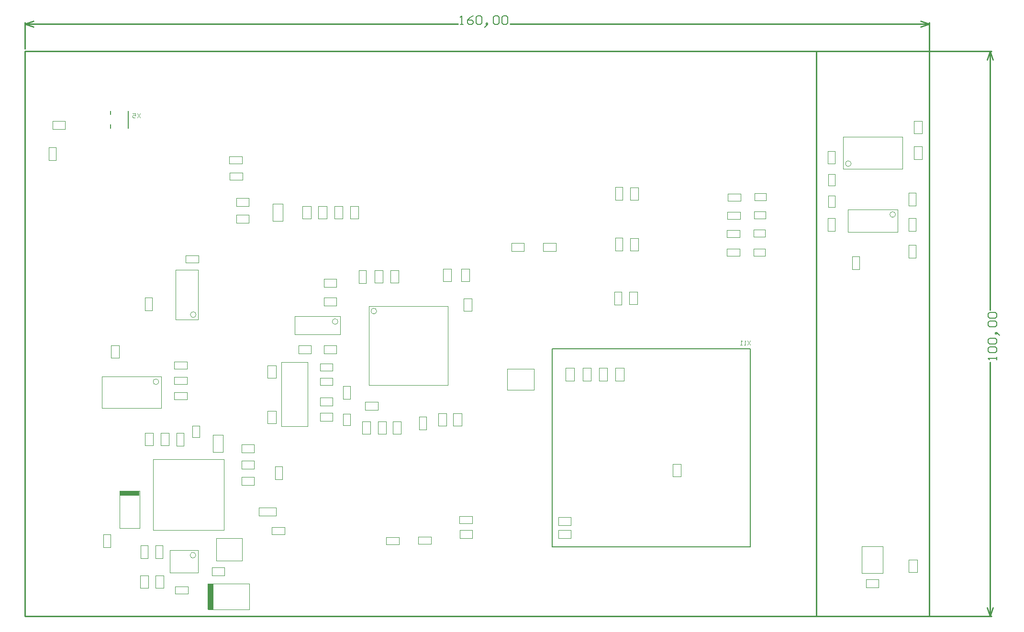
<source format=gbo>
G04 Layer_Color=32896*
%FSLAX44Y44*%
%MOMM*%
G71*
G01*
G75*
%ADD54C,0.1000*%
%ADD55C,0.2540*%
%ADD56C,0.1524*%
%ADD57R,0.9819X4.6000*%
%ADD58R,3.5000X0.8877*%
%ADD77C,0.2000*%
D54*
X1603500Y1519997D02*
X1598168Y1512000D01*
Y1519997D02*
X1603500Y1512000D01*
X1590171Y1519997D02*
X1595503D01*
Y1515999D01*
X1592837Y1517332D01*
X1591504D01*
X1590171Y1515999D01*
Y1513333D01*
X1591504Y1512000D01*
X1594170D01*
X1595503Y1513333D01*
X2683002Y1117977D02*
X2677670Y1109980D01*
Y1117977D02*
X2683002Y1109980D01*
X2675005D02*
X2672339D01*
X2673672D01*
Y1117977D01*
X2675005Y1116645D01*
X2668340Y1109980D02*
X2665674D01*
X2667007D01*
Y1117977D01*
X2668340Y1116645D01*
X1702500Y1163750D02*
G03*
X1702500Y1163750I-5000J0D01*
G01*
X2940000Y1341000D02*
G03*
X2940000Y1341000I-5000J0D01*
G01*
X2861500Y1431000D02*
G03*
X2861500Y1431000I-5000J0D01*
G01*
X1953500Y1151500D02*
G03*
X1953500Y1151500I-5000J0D01*
G01*
X1636500Y1045000D02*
G03*
X1636500Y1045000I-5000J0D01*
G01*
X1702000Y738000D02*
G03*
X1702000Y738000I-5000J0D01*
G01*
X2022000Y1170000D02*
G03*
X2022000Y1170000I-5000J0D01*
G01*
X1666500Y1242750D02*
X1706500D01*
X1666500Y1154750D02*
X1706500D01*
X1666500D02*
Y1242750D01*
X1706500Y1154750D02*
Y1242750D01*
X2856000Y1350000D02*
X2944000D01*
X2856000Y1310000D02*
X2944000D01*
Y1350000D01*
X2856000Y1310000D02*
Y1350000D01*
X1470800Y1492250D02*
Y1506750D01*
X1448700Y1492250D02*
Y1506750D01*
Y1492250D02*
X1470800D01*
X1448700Y1506750D02*
X1470800D01*
X2976350Y1311600D02*
Y1334400D01*
X2963650Y1311600D02*
Y1334400D01*
X2976350D01*
X2963650Y1311600D02*
X2976350D01*
X2952500Y1422000D02*
Y1478000D01*
X2847500Y1422000D02*
Y1478000D01*
X2952500D01*
X2847500Y1422000D02*
X2952500D01*
X1838500Y1329250D02*
Y1359750D01*
X1856000Y1329250D02*
Y1359750D01*
X1838500D02*
X1856000D01*
X1838500Y1329250D02*
X1856000D01*
X2963650Y1356600D02*
Y1379400D01*
X2976350Y1356600D02*
Y1379400D01*
X2963650Y1356600D02*
X2976350D01*
X2963650Y1379400D02*
X2976350D01*
X2963650Y1264600D02*
Y1287400D01*
X2976350Y1264600D02*
Y1287400D01*
X2963650Y1264600D02*
X2976350D01*
X2963650Y1287400D02*
X2976350D01*
X1612150Y1171350D02*
Y1194150D01*
X1624850Y1171350D02*
Y1194150D01*
X1612150Y1171350D02*
X1624850D01*
X1612150Y1194150D02*
X1624850D01*
X2863650Y1243600D02*
Y1266400D01*
X2876350Y1243600D02*
Y1266400D01*
X2863650Y1243600D02*
X2876350D01*
X2863650Y1266400D02*
X2876350D01*
X2972750Y1483950D02*
X2987250D01*
X2972750Y1506050D02*
X2987250D01*
X2972750Y1483950D02*
Y1506050D01*
X2987250Y1483950D02*
Y1506050D01*
X2972750Y1438950D02*
X2987250D01*
X2972750Y1461050D02*
X2987250D01*
X2972750Y1438950D02*
Y1461050D01*
X2987250Y1438950D02*
Y1461050D01*
X1975000Y1355550D02*
X1989500D01*
X1975000Y1333450D02*
X1989500D01*
Y1355550D01*
X1975000Y1333450D02*
Y1355550D01*
X1947000D02*
X1961500D01*
X1947000Y1333450D02*
X1961500D01*
Y1355550D01*
X1947000Y1333450D02*
Y1355550D01*
X1919000D02*
X1933500D01*
X1919000Y1333450D02*
X1933500D01*
Y1355550D01*
X1919000Y1333450D02*
Y1355550D01*
X1891000D02*
X1905500D01*
X1891000Y1333450D02*
X1905500D01*
Y1355550D01*
X1891000Y1333450D02*
Y1355550D01*
X1795550Y1355750D02*
Y1370250D01*
X1773450Y1355750D02*
Y1370250D01*
Y1355750D02*
X1795550D01*
X1773450Y1370250D02*
X1795550D01*
X1795800Y1325750D02*
Y1340250D01*
X1773700Y1325750D02*
Y1340250D01*
Y1325750D02*
X1795800D01*
X1773700Y1340250D02*
X1795800D01*
X1684100Y1268100D02*
X1706900D01*
X1684100Y1255400D02*
X1706900D01*
X1684100D02*
Y1268100D01*
X1706900Y1255400D02*
Y1268100D01*
X2545750Y899050D02*
X2560250D01*
X2545750Y876950D02*
X2560250D01*
Y899050D01*
X2545750Y876950D02*
Y899050D01*
X2366050Y767750D02*
Y782250D01*
X2343950Y767750D02*
Y782250D01*
Y767750D02*
X2366050D01*
X2343950Y782250D02*
X2366050D01*
Y790750D02*
Y805250D01*
X2343950Y790750D02*
Y805250D01*
Y790750D02*
X2366050D01*
X2343950Y805250D02*
X2366050D01*
X1551750Y1086950D02*
X1566250D01*
X1551750Y1109050D02*
X1566250D01*
X1551750Y1086950D02*
Y1109050D01*
X1566250Y1086950D02*
Y1109050D01*
X2038600Y756650D02*
X2061400D01*
X2038600Y769350D02*
X2061400D01*
Y756650D02*
Y769350D01*
X2038600Y756650D02*
Y769350D01*
X1730950Y701750D02*
Y716250D01*
X1753050Y701750D02*
Y716250D01*
X1730950D02*
X1753050D01*
X1730950Y701750D02*
X1753050D01*
X1877500Y1128500D02*
Y1160500D01*
X1957500Y1128500D02*
Y1160500D01*
X1877500Y1128500D02*
X1957500D01*
X1877500Y1160500D02*
X1957500D01*
X1853000Y965750D02*
X1900000D01*
X1853000Y1079250D02*
X1900000D01*
X1853000Y965750D02*
Y1079250D01*
X1900000Y965750D02*
Y1079250D01*
X1535500Y998000D02*
Y1054000D01*
X1640500Y998000D02*
Y1054000D01*
X1535500Y998000D02*
X1640500D01*
X1535500Y1054000D02*
X1640500D01*
X1732250Y920750D02*
Y951250D01*
X1749750Y920750D02*
Y951250D01*
X1732250D02*
X1749750D01*
X1732250Y920750D02*
X1749750D01*
X1656000Y707000D02*
Y747000D01*
X1706000Y707000D02*
Y747000D01*
X1656000Y707000D02*
X1706000D01*
X1656000Y747000D02*
X1706000D01*
X2253400Y1067800D02*
X2300600D01*
X2253400Y1030200D02*
X2300600D01*
Y1067800D01*
X2253400Y1030200D02*
Y1067800D01*
X2008000Y1039000D02*
Y1179000D01*
X2148000Y1039000D02*
Y1179000D01*
X2008000D02*
X2148000D01*
X2008000Y1039000D02*
X2148000D01*
X1665600Y669650D02*
Y682350D01*
X1688400Y669650D02*
Y682350D01*
X1665600D02*
X1688400D01*
X1665600Y669650D02*
X1688400D01*
X1630650Y732600D02*
Y755400D01*
X1643350Y732600D02*
Y755400D01*
X1630650Y732600D02*
X1643350D01*
X1630650Y755400D02*
X1643350D01*
X1604650Y732600D02*
X1617350D01*
X1604650Y755400D02*
X1617350D01*
X1604650Y732600D02*
Y755400D01*
X1617350Y732600D02*
Y755400D01*
X1667650Y931600D02*
Y954400D01*
X1680350Y931600D02*
Y954400D01*
X1667650Y931600D02*
X1680350D01*
X1667650Y954400D02*
X1680350D01*
X2097650Y960600D02*
X2110350D01*
X2097650Y983400D02*
X2110350D01*
X2097650Y960600D02*
Y983400D01*
X2110350Y960600D02*
Y983400D01*
X2643600Y1364650D02*
X2666400D01*
X2643600Y1377350D02*
X2666400D01*
Y1364650D02*
Y1377350D01*
X2643600Y1364650D02*
Y1377350D01*
X1962650Y1014600D02*
X1975350D01*
X1962650Y1037400D02*
X1975350D01*
X1962650Y1014600D02*
Y1037400D01*
X1975350Y1014600D02*
Y1037400D01*
X2642600Y1332650D02*
X2665400D01*
X2642600Y1345350D02*
X2665400D01*
Y1332650D02*
Y1345350D01*
X2642600Y1332650D02*
Y1345350D01*
X2641600Y1300650D02*
Y1313350D01*
X2664400Y1300650D02*
Y1313350D01*
X2641600D02*
X2664400D01*
X2641600Y1300650D02*
X2664400D01*
X2641600Y1267650D02*
X2664400D01*
X2641600Y1280350D02*
X2664400D01*
Y1267650D02*
Y1280350D01*
X2641600Y1267650D02*
Y1280350D01*
X2444650Y1366600D02*
X2457350D01*
X2444650Y1389400D02*
X2457350D01*
X2444650Y1366600D02*
Y1389400D01*
X2457350Y1366600D02*
Y1389400D01*
X2168600Y794650D02*
X2191400D01*
X2168600Y807350D02*
X2191400D01*
Y794650D02*
Y807350D01*
X2168600Y794650D02*
Y807350D01*
X2444650Y1276600D02*
X2457350D01*
X2444650Y1299400D02*
X2457350D01*
X2444650Y1276600D02*
Y1299400D01*
X2457350Y1276600D02*
Y1299400D01*
X1990650Y1219600D02*
Y1242400D01*
X2003350Y1219600D02*
Y1242400D01*
X1990650Y1219600D02*
X2003350D01*
X1990650Y1242400D02*
X2003350D01*
X1944400Y1038650D02*
Y1051350D01*
X1921600Y1038650D02*
Y1051350D01*
Y1038650D02*
X1944400D01*
X1921600Y1051350D02*
X1944400D01*
X1921600Y1076850D02*
X1944400D01*
X1921600Y1064150D02*
X1944400D01*
X1921600D02*
Y1076850D01*
X1944400Y1064150D02*
Y1076850D01*
X2442650Y1181600D02*
X2455350D01*
X2442650Y1204400D02*
X2455350D01*
X2442650Y1181600D02*
Y1204400D01*
X2455350Y1181600D02*
Y1204400D01*
X2095600Y757650D02*
X2118400D01*
X2095600Y770350D02*
X2118400D01*
Y757650D02*
Y770350D01*
X2095600Y757650D02*
Y770350D01*
X1751500Y782500D02*
Y907500D01*
X1626500Y782500D02*
Y907500D01*
Y782500D02*
X1751500D01*
X1626500Y907500D02*
X1751500D01*
X1975250Y968000D02*
Y988000D01*
X1962750Y968000D02*
Y988000D01*
X1975250D01*
X1962750Y968000D02*
X1975250D01*
X1695750Y967000D02*
X1708250D01*
X1695750Y947000D02*
X1708250D01*
Y967000D01*
X1695750Y947000D02*
Y967000D01*
X1738000Y728250D02*
Y767750D01*
X1784000Y728250D02*
Y767750D01*
X1738000D02*
X1784000D01*
X1738000Y728250D02*
X1784000D01*
X2691000Y1378250D02*
X2711000D01*
X2691000Y1365750D02*
X2711000D01*
X2691000D02*
Y1378250D01*
X2711000Y1365750D02*
Y1378250D01*
X2710000Y1333750D02*
Y1346250D01*
X2690000Y1333750D02*
Y1346250D01*
Y1333750D02*
X2710000D01*
X2690000Y1346250D02*
X2710000D01*
X2689000Y1314250D02*
X2709000D01*
X2689000Y1301750D02*
X2709000D01*
X2689000D02*
Y1314250D01*
X2709000Y1301750D02*
Y1314250D01*
X2709000Y1267750D02*
Y1280250D01*
X2689000Y1267750D02*
Y1280250D01*
Y1267750D02*
X2709000D01*
X2689000Y1280250D02*
X2709000D01*
X1782950Y919750D02*
Y934250D01*
X1805050Y919750D02*
Y934250D01*
X1782950D02*
X1805050D01*
X1782950Y919750D02*
X1805050D01*
X1782950Y890750D02*
Y905250D01*
X1805050Y890750D02*
Y905250D01*
X1782950D02*
X1805050D01*
X1782950Y890750D02*
X1805050D01*
X1782950Y861750D02*
Y876250D01*
X1805050Y861750D02*
Y876250D01*
X1782950D02*
X1805050D01*
X1782950Y861750D02*
X1805050D01*
X1639750Y931950D02*
X1654250D01*
X1639750Y954050D02*
X1654250D01*
X1639750Y931950D02*
Y954050D01*
X1654250Y931950D02*
Y954050D01*
X1611750Y931950D02*
X1626250D01*
X1611750Y954050D02*
X1626250D01*
X1611750Y931950D02*
Y954050D01*
X1626250Y931950D02*
Y954050D01*
X1603750Y702050D02*
X1618250D01*
X1603750Y679950D02*
X1618250D01*
Y702050D01*
X1603750Y679950D02*
Y702050D01*
X1630750Y702050D02*
X1645250D01*
X1630750Y679950D02*
X1645250D01*
Y702050D01*
X1630750Y679950D02*
Y702050D01*
X1723500Y642000D02*
Y688000D01*
X1796500Y642000D02*
Y688000D01*
X1723500D02*
X1796500D01*
X1723500Y642000D02*
X1796500D01*
X1567500Y786000D02*
Y852000D01*
X1602500Y786000D02*
Y852000D01*
X1567500Y786000D02*
X1602500D01*
X1567500Y852000D02*
X1602500D01*
X2415750Y1069050D02*
X2430250D01*
X2415750Y1046950D02*
X2430250D01*
Y1069050D01*
X2415750Y1046950D02*
Y1069050D01*
X2444750D02*
X2459250D01*
X2444750Y1046950D02*
X2459250D01*
Y1069050D01*
X2444750Y1046950D02*
Y1069050D01*
X2386750D02*
X2401250D01*
X2386750Y1046950D02*
X2401250D01*
Y1069050D01*
X2386750Y1046950D02*
Y1069050D01*
X2356750D02*
X2371250D01*
X2356750Y1046950D02*
X2371250D01*
Y1069050D01*
X2356750Y1046950D02*
Y1069050D01*
X1951050Y1094750D02*
Y1109250D01*
X1928950Y1094750D02*
Y1109250D01*
Y1094750D02*
X1951050D01*
X1928950Y1109250D02*
X1951050D01*
Y1179750D02*
Y1194250D01*
X1928950Y1179750D02*
Y1194250D01*
Y1179750D02*
X1951050D01*
X1928950Y1194250D02*
X1951050D01*
Y1212750D02*
Y1227250D01*
X1928950Y1212750D02*
Y1227250D01*
Y1212750D02*
X1951050D01*
X1928950Y1227250D02*
X1951050D01*
X2024750Y952950D02*
X2039250D01*
X2024750Y975050D02*
X2039250D01*
X2024750Y952950D02*
Y975050D01*
X2039250Y952950D02*
Y975050D01*
X1996750Y952950D02*
X2011250D01*
X1996750Y975050D02*
X2011250D01*
X1996750Y952950D02*
Y975050D01*
X2011250Y952950D02*
Y975050D01*
X2130750Y989050D02*
X2145250D01*
X2130750Y966950D02*
X2145250D01*
Y989050D01*
X2130750Y966950D02*
Y989050D01*
X2171750Y1222950D02*
X2186250D01*
X2171750Y1245050D02*
X2186250D01*
X2171750Y1222950D02*
Y1245050D01*
X2186250Y1222950D02*
Y1245050D01*
X1944050Y1002750D02*
Y1017250D01*
X1921950Y1002750D02*
Y1017250D01*
Y1002750D02*
X1944050D01*
X1921950Y1017250D02*
X1944050D01*
Y975750D02*
Y990250D01*
X1921950Y975750D02*
Y990250D01*
Y975750D02*
X1944050D01*
X1921950Y990250D02*
X1944050D01*
X2139750Y1222950D02*
X2154250D01*
X2139750Y1245050D02*
X2154250D01*
X2139750Y1222950D02*
Y1245050D01*
X2154250Y1222950D02*
Y1245050D01*
X2046750Y1219950D02*
X2061250D01*
X2046750Y1242050D02*
X2061250D01*
X2046750Y1219950D02*
Y1242050D01*
X2061250Y1219950D02*
Y1242050D01*
X2001950Y994750D02*
Y1009250D01*
X2024050Y994750D02*
Y1009250D01*
X2001950D02*
X2024050D01*
X2001950Y994750D02*
X2024050D01*
X2050750Y975050D02*
X2065250D01*
X2050750Y952950D02*
X2065250D01*
Y975050D01*
X2050750Y952950D02*
Y975050D01*
X2018750Y1219950D02*
X2033250D01*
X2018750Y1242050D02*
X2033250D01*
X2018750Y1219950D02*
Y1242050D01*
X2033250Y1219950D02*
Y1242050D01*
X2175750Y1169950D02*
X2190250D01*
X2175750Y1192050D02*
X2190250D01*
X2175750Y1169950D02*
Y1192050D01*
X2190250Y1169950D02*
Y1192050D01*
X2157750Y989050D02*
X2172250D01*
X2157750Y966950D02*
X2172250D01*
Y989050D01*
X2157750Y966950D02*
Y989050D01*
X1906050Y1094750D02*
Y1109250D01*
X1883950Y1094750D02*
Y1109250D01*
Y1094750D02*
X1906050D01*
X1883950Y1109250D02*
X1906050D01*
X1829250Y971450D02*
X1843750D01*
X1829250Y993550D02*
X1843750D01*
X1829250Y971450D02*
Y993550D01*
X1843750Y971450D02*
Y993550D01*
X1829250Y1073550D02*
X1843750D01*
X1829250Y1051450D02*
X1843750D01*
Y1073550D01*
X1829250Y1051450D02*
Y1073550D01*
X2470750Y1389050D02*
X2485250D01*
X2470750Y1366950D02*
X2485250D01*
Y1389050D01*
X2470750Y1366950D02*
Y1389050D01*
X2470750Y1299050D02*
X2485250D01*
X2470750Y1276950D02*
X2485250D01*
Y1299050D01*
X2470750Y1276950D02*
Y1299050D01*
X2468750Y1204050D02*
X2483250D01*
X2468750Y1181950D02*
X2483250D01*
Y1204050D01*
X2468750Y1181950D02*
Y1204050D01*
X2191050Y767750D02*
Y782250D01*
X2168950Y767750D02*
Y782250D01*
Y767750D02*
X2191050D01*
X2168950Y782250D02*
X2191050D01*
X1538650Y751600D02*
Y774400D01*
X1551350Y751600D02*
Y774400D01*
X1538650Y751600D02*
X1551350D01*
X1538650Y774400D02*
X1551350D01*
X2260950Y1290250D02*
X2283050D01*
X2260950Y1275750D02*
X2283050D01*
X2260950D02*
Y1290250D01*
X2283050Y1275750D02*
Y1290250D01*
X2316950Y1275750D02*
X2339050D01*
X2316950Y1290250D02*
X2339050D01*
Y1275750D02*
Y1290250D01*
X2316950Y1275750D02*
Y1290250D01*
X1663600Y1067650D02*
Y1080350D01*
X1686400Y1067650D02*
Y1080350D01*
X1663600D02*
X1686400D01*
X1663600Y1067650D02*
X1686400D01*
X1663600Y1040650D02*
Y1053350D01*
X1686400Y1040650D02*
Y1053350D01*
X1663600D02*
X1686400D01*
X1663600Y1040650D02*
X1686400D01*
X1663600Y1013650D02*
Y1026350D01*
X1686400Y1013650D02*
Y1026350D01*
X1663600D02*
X1686400D01*
X1663600Y1013650D02*
X1686400D01*
X1813800Y808000D02*
X1844200D01*
X1813800Y822000D02*
X1844200D01*
X1813800Y808000D02*
Y822000D01*
X1844200Y808000D02*
Y822000D01*
X1842650Y872600D02*
X1855350D01*
X1842650Y895400D02*
X1855350D01*
X1842650Y872600D02*
Y895400D01*
X1855350Y872600D02*
Y895400D01*
X1859400Y774650D02*
Y787350D01*
X1836600Y774650D02*
Y787350D01*
Y774650D02*
X1859400D01*
X1836600Y787350D02*
X1859400D01*
X2887950Y680750D02*
X2910050D01*
X2887950Y695250D02*
X2910050D01*
Y680750D02*
Y695250D01*
X2887950Y680750D02*
Y695250D01*
X2978250Y707950D02*
Y730050D01*
X2963750Y707950D02*
Y730050D01*
X2978250D01*
X2963750Y707950D02*
X2978250D01*
X2917800Y706400D02*
Y753600D01*
X2880200Y706400D02*
Y753600D01*
Y706400D02*
X2917800D01*
X2880200Y753600D02*
X2917800D01*
X1442150Y1459900D02*
X1454850D01*
X1442150Y1437100D02*
X1454850D01*
Y1459900D01*
X1442150Y1437100D02*
Y1459900D01*
X2820750Y1392000D02*
X2833250D01*
X2820750Y1412000D02*
X2833250D01*
X2820750Y1392000D02*
Y1412000D01*
X2833250Y1392000D02*
Y1412000D01*
X2820650Y1334400D02*
X2833350D01*
X2820650Y1311600D02*
X2833350D01*
Y1334400D01*
X2820650Y1311600D02*
Y1334400D01*
Y1430600D02*
X2833350D01*
X2820650Y1453400D02*
X2833350D01*
X2820650Y1430600D02*
Y1453400D01*
X2833350Y1430600D02*
Y1453400D01*
X2820750Y1374000D02*
X2833250D01*
X2820750Y1354000D02*
X2833250D01*
Y1374000D01*
X2820750Y1354000D02*
Y1374000D01*
X1783900Y1431400D02*
Y1444100D01*
X1761100Y1431400D02*
Y1444100D01*
Y1431400D02*
X1783900D01*
X1761100Y1444100D02*
X1783900D01*
X1784900Y1402150D02*
Y1414850D01*
X1762100Y1402150D02*
Y1414850D01*
Y1402150D02*
X1784900D01*
X1762100Y1414850D02*
X1784900D01*
D55*
X2803810Y1630000D02*
X3109790D01*
X2803810Y630000D02*
X3109790D01*
X3107250Y1171896D02*
Y1630000D01*
Y630000D02*
Y1079976D01*
X3102170Y1614760D02*
X3107250Y1630000D01*
X3112330Y1614760D01*
X3107250Y630000D02*
X3112330Y645240D01*
X3102170D02*
X3107250Y630000D01*
X3000000Y632540D02*
Y1680540D01*
X1400000Y1633810D02*
Y1680540D01*
X2258107Y1678000D02*
X3000000D01*
X1400000D02*
X2166186D01*
X2984760Y1683080D02*
X3000000Y1678000D01*
X2984760Y1672920D02*
X3000000Y1678000D01*
X1400000D02*
X1415240Y1672920D01*
X1400000Y1678000D02*
X1415240Y1683080D01*
X1400000Y1630000D02*
X2800000D01*
Y630000D02*
Y1630000D01*
X1400000Y630000D02*
X2800000D01*
X1400000D02*
Y1630000D01*
X2800000D02*
X3000000D01*
Y630000D02*
Y1630000D01*
X2800000Y630000D02*
X3000000D01*
D56*
X3118931Y1084040D02*
Y1089118D01*
Y1086579D01*
X3103696D01*
X3106235Y1084040D01*
Y1096735D02*
X3103696Y1099275D01*
Y1104353D01*
X3106235Y1106892D01*
X3116392D01*
X3118931Y1104353D01*
Y1099275D01*
X3116392Y1096735D01*
X3106235D01*
Y1111971D02*
X3103696Y1114510D01*
Y1119588D01*
X3106235Y1122127D01*
X3116392D01*
X3118931Y1119588D01*
Y1114510D01*
X3116392Y1111971D01*
X3106235D01*
X3121470Y1129745D02*
X3118931Y1132284D01*
X3116392D01*
Y1129745D01*
X3118931D01*
Y1132284D01*
X3121470Y1129745D01*
X3124009Y1127206D01*
X3106235Y1142441D02*
X3103696Y1144980D01*
Y1150058D01*
X3106235Y1152597D01*
X3116392D01*
X3118931Y1150058D01*
Y1144980D01*
X3116392Y1142441D01*
X3106235D01*
Y1157676D02*
X3103696Y1160215D01*
Y1165293D01*
X3106235Y1167832D01*
X3116392D01*
X3118931Y1165293D01*
Y1160215D01*
X3116392Y1157676D01*
X3106235D01*
X2170250Y1677750D02*
X2175328D01*
X2172789D01*
Y1692985D01*
X2170250Y1690446D01*
X2193103Y1692985D02*
X2188024Y1690446D01*
X2182946Y1685367D01*
Y1680289D01*
X2185485Y1677750D01*
X2190563D01*
X2193103Y1680289D01*
Y1682828D01*
X2190563Y1685367D01*
X2182946D01*
X2198181Y1690446D02*
X2200720Y1692985D01*
X2205798D01*
X2208338Y1690446D01*
Y1680289D01*
X2205798Y1677750D01*
X2200720D01*
X2198181Y1680289D01*
Y1690446D01*
X2215955Y1675211D02*
X2218494Y1677750D01*
Y1680289D01*
X2215955D01*
Y1677750D01*
X2218494D01*
X2215955Y1675211D01*
X2213416Y1672672D01*
X2228651Y1690446D02*
X2231190Y1692985D01*
X2236269D01*
X2238808Y1690446D01*
Y1680289D01*
X2236269Y1677750D01*
X2231190D01*
X2228651Y1680289D01*
Y1690446D01*
X2243886D02*
X2246425Y1692985D01*
X2251504D01*
X2254043Y1690446D01*
Y1680289D01*
X2251504Y1677750D01*
X2246425D01*
X2243886Y1680289D01*
Y1690446D01*
D57*
X1728409Y665000D02*
D03*
D58*
X1585000Y847561D02*
D03*
D77*
X2683000Y753000D02*
Y1103000D01*
X2333000Y753000D02*
X2683000D01*
X2333000D02*
Y1103000D01*
X2683000D01*
X1551500Y1518000D02*
Y1524000D01*
Y1494000D02*
Y1500000D01*
X1582500Y1494000D02*
Y1524000D01*
M02*

</source>
